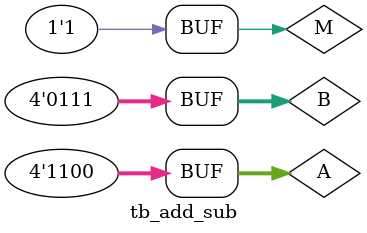
<source format=v>
module tb_add_sub;

reg [3:0] A;
reg [3:0] B;
reg M;
wire [3:0] S;
wire C;

add_sub call1(.A(A),.B(B),.M(M),.S(S),.C(C));

initial begin
    $dumpfile("tb_add_sub.vcd");
    $dumpvars(0,tb_add_sub);
end

initial begin
    $monitor("A = %b ",A,"B = %b ",B,"M = %b ",M,"S = %b ",S,"C = %b ",C);
end

initial begin
    #5;
    A = 4'b0001;
    B = 4'b0000;
    M = 0;
    #5;
    A = 4'b0010;
    B = 4'b0000;
    M = 0;
    #5;
    A = 4'b0111;
    B = 4'b0010;
    M = 0;
    #5;
    A = 4'b1100;
    B = 4'b0111;
    M = 1;

end

endmodule
</source>
